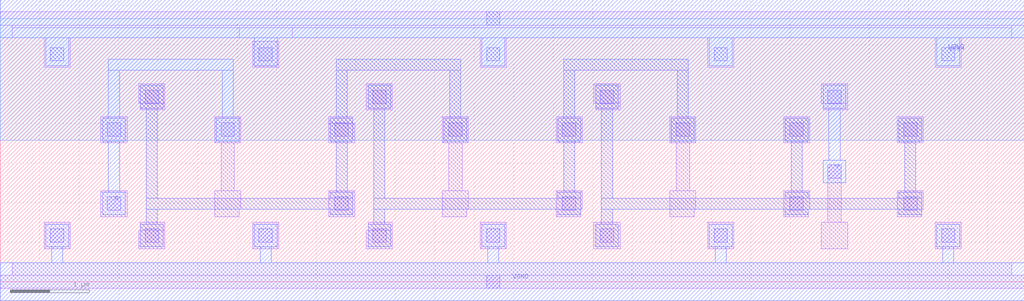
<source format=lef>
VERSION 5.7 ;
  NOWIREEXTENSIONATPIN ON ;
  DIVIDERCHAR "/" ;
  BUSBITCHARS "[]" ;
MACRO CLKBUF1
  CLASS CORE ;
  FOREIGN CLKBUF1 ;
  ORIGIN 0.000 0.000 ;
  SIZE 12.960 BY 3.330 ;
  SYMMETRY X Y ;
  SITE unit ;
  PIN A
    ANTENNAGATEAREA 0.378000 ;
    PORT
      LAYER met1 ;
        RECT 1.370 2.675 2.950 2.815 ;
        RECT 1.370 2.070 1.510 2.675 ;
        RECT 2.810 2.070 2.950 2.675 ;
        RECT 1.295 1.780 1.585 2.070 ;
        RECT 2.735 1.780 3.025 2.070 ;
        RECT 1.370 1.135 1.510 1.780 ;
        RECT 1.295 0.845 1.585 1.135 ;
    END
  END A
  PIN VGND
    ANTENNADIFFAREA 2.390500 ;
    PORT
      LAYER met1 ;
        RECT 0.575 0.440 0.865 0.730 ;
        RECT 3.215 0.440 3.505 0.730 ;
        RECT 6.095 0.440 6.385 0.730 ;
        RECT 8.975 0.440 9.265 0.730 ;
        RECT 11.855 0.440 12.145 0.730 ;
        RECT 0.650 0.240 0.790 0.440 ;
        RECT 3.290 0.240 3.430 0.440 ;
        RECT 6.170 0.240 6.310 0.440 ;
        RECT 9.050 0.240 9.190 0.440 ;
        RECT 11.930 0.240 12.070 0.440 ;
        RECT 0.000 -0.240 12.960 0.240 ;
    END
    PORT
      LAYER met1 ;
        RECT 0.000 3.090 12.960 3.570 ;
        RECT 0.575 2.735 0.865 3.090 ;
        RECT 3.215 2.735 3.505 3.090 ;
        RECT 6.095 2.735 6.385 3.090 ;
        RECT 8.975 2.735 9.265 3.090 ;
        RECT 11.855 2.735 12.145 3.090 ;
    END
  END VGND
  PIN VPWR
    ANTENNADIFFAREA 3.494400 ;
    PORT
      LAYER li1 ;
        RECT 0.000 3.245 12.960 3.415 ;
        RECT 0.155 3.215 12.805 3.245 ;
        RECT 0.155 3.090 3.025 3.215 ;
        RECT 3.695 3.090 12.805 3.215 ;
        RECT 0.555 2.715 0.885 3.090 ;
        RECT 6.075 2.715 6.405 3.090 ;
        RECT 8.955 2.715 9.285 3.090 ;
        RECT 11.835 2.715 12.165 3.090 ;
      LAYER mcon ;
        RECT 6.155 3.245 6.325 3.415 ;
        RECT 0.635 2.795 0.805 2.965 ;
        RECT 6.155 2.795 6.325 2.965 ;
        RECT 9.035 2.795 9.205 2.965 ;
        RECT 11.915 2.795 12.085 2.965 ;
    END
  END VPWR
  PIN Y
    ANTENNADIFFAREA 1.661650 ;
    PORT
      LAYER met1 ;
        RECT 10.415 2.195 10.705 2.485 ;
        RECT 10.490 1.540 10.630 2.195 ;
        RECT 10.415 1.250 10.705 1.540 ;
    END
  END Y
  OBS
      LAYER nwell ;
        RECT 0.000 1.790 12.960 3.330 ;
      LAYER li1 ;
        RECT 3.195 2.715 3.525 3.045 ;
        RECT 1.755 2.260 2.085 2.505 ;
        RECT 1.775 2.175 2.085 2.260 ;
        RECT 4.635 2.175 4.965 2.505 ;
        RECT 7.515 2.260 7.845 2.505 ;
        RECT 10.395 2.260 10.725 2.505 ;
        RECT 7.535 2.175 7.845 2.260 ;
        RECT 10.415 2.175 10.725 2.260 ;
        RECT 1.275 1.760 1.605 2.090 ;
        RECT 2.715 1.760 3.045 2.090 ;
        RECT 4.155 2.005 4.465 2.090 ;
        RECT 4.155 1.760 4.485 2.005 ;
        RECT 5.595 1.760 5.925 2.090 ;
        RECT 7.035 1.760 7.365 2.090 ;
        RECT 8.475 1.760 8.805 2.090 ;
        RECT 9.915 1.760 10.245 2.090 ;
        RECT 11.355 1.760 11.685 2.090 ;
        RECT 2.795 1.155 2.965 1.760 ;
        RECT 5.675 1.155 5.845 1.760 ;
        RECT 8.555 1.155 8.725 1.760 ;
        RECT 1.275 0.825 1.605 1.155 ;
        RECT 2.715 0.920 3.045 1.155 ;
        RECT 2.715 0.825 3.025 0.920 ;
        RECT 4.155 0.825 4.485 1.155 ;
        RECT 5.595 0.920 5.925 1.155 ;
        RECT 7.035 0.920 7.365 1.155 ;
        RECT 8.475 0.920 8.805 1.155 ;
        RECT 9.915 0.920 10.245 1.155 ;
        RECT 5.595 0.825 5.905 0.920 ;
        RECT 7.035 0.825 7.345 0.920 ;
        RECT 8.475 0.825 8.785 0.920 ;
        RECT 9.915 0.825 10.225 0.920 ;
        RECT 10.475 0.750 10.645 1.480 ;
        RECT 11.355 0.920 11.685 1.155 ;
        RECT 11.355 0.825 11.665 0.920 ;
        RECT 0.555 0.420 0.885 0.750 ;
        RECT 1.775 0.655 2.085 0.750 ;
        RECT 1.755 0.420 2.085 0.655 ;
        RECT 3.195 0.420 3.525 0.750 ;
        RECT 4.655 0.655 4.965 0.750 ;
        RECT 4.635 0.420 4.965 0.655 ;
        RECT 6.075 0.420 6.405 0.750 ;
        RECT 7.515 0.420 7.845 0.750 ;
        RECT 8.955 0.420 9.285 0.750 ;
        RECT 10.395 0.420 10.725 0.750 ;
        RECT 11.835 0.420 12.165 0.750 ;
        RECT 0.155 0.085 12.805 0.240 ;
        RECT 0.000 -0.085 12.960 0.085 ;
      LAYER mcon ;
        RECT 3.275 2.795 3.445 2.965 ;
        RECT 1.835 2.255 2.005 2.425 ;
        RECT 4.715 2.255 4.885 2.425 ;
        RECT 7.595 2.255 7.765 2.425 ;
        RECT 10.475 2.255 10.645 2.425 ;
        RECT 1.355 1.840 1.525 2.010 ;
        RECT 2.795 1.840 2.965 2.010 ;
        RECT 4.235 1.840 4.405 2.010 ;
        RECT 5.675 1.840 5.845 2.010 ;
        RECT 7.115 1.840 7.285 2.010 ;
        RECT 8.555 1.840 8.725 2.010 ;
        RECT 9.995 1.840 10.165 2.010 ;
        RECT 11.435 1.840 11.605 2.010 ;
        RECT 10.475 1.310 10.645 1.480 ;
        RECT 1.355 0.905 1.525 1.075 ;
        RECT 4.235 0.905 4.405 1.075 ;
        RECT 7.115 0.905 7.285 1.075 ;
        RECT 9.995 0.905 10.165 1.075 ;
        RECT 11.435 0.905 11.605 1.075 ;
        RECT 0.635 0.500 0.805 0.670 ;
        RECT 1.835 0.500 2.005 0.670 ;
        RECT 3.275 0.500 3.445 0.670 ;
        RECT 4.715 0.500 4.885 0.670 ;
        RECT 6.155 0.500 6.325 0.670 ;
        RECT 7.595 0.500 7.765 0.670 ;
        RECT 9.035 0.500 9.205 0.670 ;
        RECT 11.915 0.500 12.085 0.670 ;
        RECT 6.155 -0.085 6.325 0.085 ;
      LAYER met1 ;
        RECT 4.250 2.675 5.830 2.815 ;
        RECT 1.775 2.195 2.065 2.485 ;
        RECT 1.850 1.060 1.990 2.195 ;
        RECT 4.250 2.070 4.390 2.675 ;
        RECT 4.655 2.195 4.945 2.485 ;
        RECT 4.175 1.780 4.465 2.070 ;
        RECT 4.250 1.135 4.390 1.780 ;
        RECT 4.175 1.060 4.465 1.135 ;
        RECT 1.850 0.920 4.465 1.060 ;
        RECT 1.850 0.730 1.990 0.920 ;
        RECT 4.175 0.845 4.465 0.920 ;
        RECT 4.730 1.060 4.870 2.195 ;
        RECT 5.690 2.070 5.830 2.675 ;
        RECT 7.130 2.675 8.710 2.815 ;
        RECT 7.130 2.070 7.270 2.675 ;
        RECT 7.535 2.195 7.825 2.485 ;
        RECT 5.615 1.780 5.905 2.070 ;
        RECT 7.055 1.780 7.345 2.070 ;
        RECT 7.130 1.135 7.270 1.780 ;
        RECT 7.055 1.060 7.345 1.135 ;
        RECT 4.730 0.920 7.345 1.060 ;
        RECT 4.730 0.730 4.870 0.920 ;
        RECT 7.055 0.845 7.345 0.920 ;
        RECT 7.610 1.060 7.750 2.195 ;
        RECT 8.570 2.070 8.710 2.675 ;
        RECT 8.495 1.780 8.785 2.070 ;
        RECT 9.935 1.780 10.225 2.070 ;
        RECT 11.375 1.780 11.665 2.070 ;
        RECT 10.010 1.135 10.150 1.780 ;
        RECT 11.450 1.135 11.590 1.780 ;
        RECT 9.935 1.060 10.225 1.135 ;
        RECT 11.375 1.060 11.665 1.135 ;
        RECT 7.610 0.920 11.665 1.060 ;
        RECT 7.610 0.730 7.750 0.920 ;
        RECT 9.935 0.845 10.225 0.920 ;
        RECT 11.375 0.845 11.665 0.920 ;
        RECT 1.775 0.440 2.065 0.730 ;
        RECT 4.655 0.440 4.945 0.730 ;
        RECT 7.535 0.440 7.825 0.730 ;
  END
END CLKBUF1
END LIBRARY


</source>
